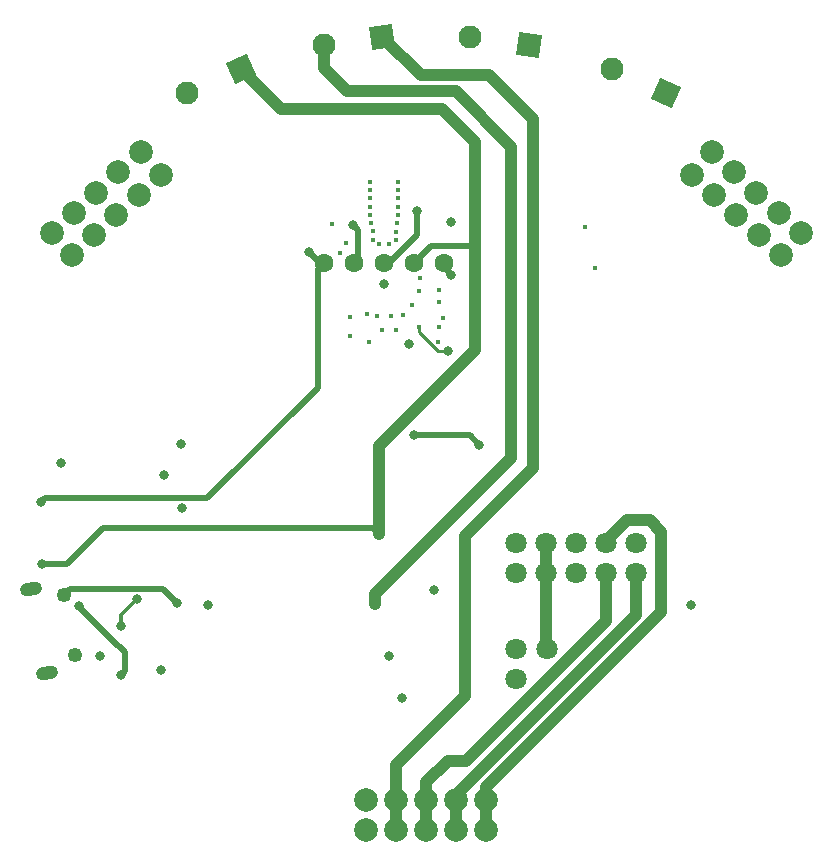
<source format=gbl>
G04 #@! TF.GenerationSoftware,KiCad,Pcbnew,7.0.1-3b83917a11~172~ubuntu22.04.1*
G04 #@! TF.CreationDate,2023-11-06T14:25:17+01:00*
G04 #@! TF.ProjectId,io_coupling_MCU_enhanced,696f5f63-6f75-4706-9c69-6e675f4d4355,rev?*
G04 #@! TF.SameCoordinates,Original*
G04 #@! TF.FileFunction,Copper,L4,Bot*
G04 #@! TF.FilePolarity,Positive*
%FSLAX46Y46*%
G04 Gerber Fmt 4.6, Leading zero omitted, Abs format (unit mm)*
G04 Created by KiCad (PCBNEW 7.0.1-3b83917a11~172~ubuntu22.04.1) date 2023-11-06 14:25:17*
%MOMM*%
%LPD*%
G01*
G04 APERTURE LIST*
G04 Aperture macros list*
%AMHorizOval*
0 Thick line with rounded ends*
0 $1 width*
0 $2 $3 position (X,Y) of the first rounded end (center of the circle)*
0 $4 $5 position (X,Y) of the second rounded end (center of the circle)*
0 Add line between two ends*
20,1,$1,$2,$3,$4,$5,0*
0 Add two circle primitives to create the rounded ends*
1,1,$1,$2,$3*
1,1,$1,$4,$5*%
%AMRotRect*
0 Rectangle, with rotation*
0 The origin of the aperture is its center*
0 $1 length*
0 $2 width*
0 $3 Rotation angle, in degrees counterclockwise*
0 Add horizontal line*
21,1,$1,$2,0,0,$3*%
G04 Aperture macros list end*
G04 #@! TA.AperFunction,ComponentPad*
%ADD10RotRect,1.950000X1.950000X188.057000*%
G04 #@! TD*
G04 #@! TA.AperFunction,ComponentPad*
%ADD11C,1.950000*%
G04 #@! TD*
G04 #@! TA.AperFunction,ComponentPad*
%ADD12C,1.800000*%
G04 #@! TD*
G04 #@! TA.AperFunction,ComponentPad*
%ADD13C,2.000000*%
G04 #@! TD*
G04 #@! TA.AperFunction,ComponentPad*
%ADD14RotRect,1.950000X1.950000X204.171000*%
G04 #@! TD*
G04 #@! TA.AperFunction,ComponentPad*
%ADD15RotRect,1.950000X1.950000X171.943000*%
G04 #@! TD*
G04 #@! TA.AperFunction,ComponentPad*
%ADD16HorizOval,1.100000X0.393061X0.074184X-0.393061X-0.074184X0*%
G04 #@! TD*
G04 #@! TA.AperFunction,ComponentPad*
%ADD17C,1.250000*%
G04 #@! TD*
G04 #@! TA.AperFunction,ComponentPad*
%ADD18RotRect,1.950000X1.950000X155.828000*%
G04 #@! TD*
G04 #@! TA.AperFunction,SMDPad,CuDef*
%ADD19C,1.600000*%
G04 #@! TD*
G04 #@! TA.AperFunction,ViaPad*
%ADD20C,0.450000*%
G04 #@! TD*
G04 #@! TA.AperFunction,ViaPad*
%ADD21C,0.800000*%
G04 #@! TD*
G04 #@! TA.AperFunction,Conductor*
%ADD22C,0.500000*%
G04 #@! TD*
G04 #@! TA.AperFunction,Conductor*
%ADD23C,1.000000*%
G04 #@! TD*
G04 #@! TA.AperFunction,Conductor*
%ADD24C,0.300000*%
G04 #@! TD*
G04 #@! TA.AperFunction,Conductor*
%ADD25C,0.250000*%
G04 #@! TD*
G04 APERTURE END LIST*
D10*
X-3724677Y44150395D03*
D11*
X-8675323Y43449605D03*
D12*
X7620000Y-7700000D03*
D13*
X-5080000Y-20460000D03*
D14*
X-15719181Y41423653D03*
D11*
X-20280819Y39376347D03*
D12*
X7620000Y-10240000D03*
D13*
X-24184482Y34349604D03*
X-22480611Y32465877D03*
X-26068208Y32645734D03*
X-24364338Y30762007D03*
X-27951935Y30941863D03*
X-26248065Y29058137D03*
X-29835662Y29237993D03*
X-28131792Y27354266D03*
X-31719389Y27534123D03*
X-30015518Y25650396D03*
X5080000Y-20460000D03*
X0Y-20460000D03*
D12*
X10200000Y-7700000D03*
D13*
X-2540000Y-23000000D03*
D12*
X7620000Y-1270000D03*
X7620000Y1270000D03*
X10160000Y-1270000D03*
X10160000Y1270000D03*
X12700000Y-1270000D03*
X12700000Y1270000D03*
X15240000Y-1270000D03*
X15240000Y1270000D03*
X17780000Y-1270000D03*
X17780000Y1270000D03*
D15*
X8675323Y43449605D03*
D11*
X3724677Y44150395D03*
D13*
X2540000Y-23000000D03*
X5080000Y-23000000D03*
X-5080000Y-23000000D03*
X-2540000Y-20460000D03*
X22480568Y32465796D03*
X24184406Y34349553D03*
X24364325Y30761959D03*
X26068162Y32645716D03*
X26248081Y29058122D03*
X27951919Y30941878D03*
X28131838Y27354284D03*
X29835675Y29238041D03*
X30015594Y25650447D03*
X31719432Y27534204D03*
D16*
X-32136368Y-9729017D03*
D17*
X-29717802Y-8254894D03*
X-30682198Y-3145106D03*
D16*
X-33471686Y-2653925D03*
D13*
X2540000Y-20460000D03*
D18*
X20280801Y39376307D03*
D11*
X15719199Y41423693D03*
D13*
X0Y-23000000D03*
D19*
X1480000Y25000000D03*
X-6140000Y25000000D03*
X-3600000Y25000000D03*
X-1060000Y25000000D03*
X-8680000Y25000000D03*
D20*
X-4800000Y29050000D03*
D21*
X-30927420Y8023266D03*
D20*
X-4550000Y26950000D03*
X-2400000Y31150000D03*
X-6500000Y18800000D03*
D21*
X-22493701Y-9465299D03*
X-20700000Y4200000D03*
D20*
X-2400000Y29050000D03*
X-2600000Y26950000D03*
D21*
X-3600000Y23200000D03*
X2099750Y23999750D03*
X2125000Y28424000D03*
D20*
X-4550000Y27650000D03*
X-4700000Y28350000D03*
D21*
X-20800000Y9649500D03*
D20*
X-3200000Y26550000D03*
X-2500000Y28350000D03*
D21*
X-22200000Y7000000D03*
D20*
X-2600000Y27624000D03*
D21*
X-2087500Y-11855000D03*
X-18459701Y-3943299D03*
D20*
X-4800000Y31150000D03*
D21*
X-27610389Y-8339611D03*
X-1505853Y18123565D03*
D20*
X-2400000Y31850000D03*
X-4800000Y30450000D03*
D21*
X612500Y-2705000D03*
D20*
X-4800000Y29750000D03*
D21*
X-3187500Y-8320000D03*
D20*
X-2400000Y30450000D03*
X-4800000Y31850000D03*
X-2400000Y29750000D03*
X-4000000Y26550000D03*
D21*
X22400000Y-4000000D03*
X3300000Y1800000D03*
X4500000Y9600000D03*
X-1024500Y10397655D03*
X-4360023Y-3932477D03*
X-21109701Y-3790299D03*
X-4000000Y2000000D03*
X4100000Y18244365D03*
X-32500000Y-500000D03*
X4100000Y26400000D03*
X-29409701Y-4090299D03*
X-25809701Y-9890299D03*
X-800000Y29400000D03*
X-6188000Y28212000D03*
X-32600000Y4720000D03*
X-9900000Y25900000D03*
X-24475250Y-3449500D03*
X-25809701Y-5790299D03*
D20*
X-8000000Y28300000D03*
X-4825498Y18323502D03*
X-6790000Y26710000D03*
X-7300000Y25800000D03*
X-5000000Y20700000D03*
X1100000Y22700000D03*
X-3746300Y19300000D03*
X1100000Y21700000D03*
X-4200000Y20500000D03*
X-2000000Y20600000D03*
X-2596800Y19287234D03*
X1438786Y20304784D03*
X-3000000Y20500000D03*
X13450000Y28030000D03*
X-6424502Y20374498D03*
X14300000Y24570000D03*
X-1200000Y21400000D03*
X-600000Y22570000D03*
X-574502Y23675265D03*
X1100000Y19600000D03*
X1000000Y18300000D03*
D21*
X1800000Y17500000D03*
D20*
X-600000Y19600000D03*
D22*
X2099750Y23999750D02*
X1480000Y24619500D01*
X1480000Y24619500D02*
X1480000Y25000000D01*
X10160000Y-1226121D02*
X10133998Y-1252123D01*
D23*
X10160000Y-7660000D02*
X10200000Y-7700000D01*
X10160000Y1270000D02*
X10160000Y-1226121D01*
X10160000Y-1270000D02*
X10160000Y-7660000D01*
X-2540000Y-17540000D02*
X-2540000Y-20460000D01*
X3300000Y1800000D02*
X3300000Y1900000D01*
X-2540000Y-23000000D02*
X-2540000Y-21690000D01*
X9000000Y7600000D02*
X9000000Y37197056D01*
X3300000Y1800000D02*
X3300000Y-11700000D01*
X-474282Y40900000D02*
X-3724677Y44150395D01*
X3300000Y-11700000D02*
X-2540000Y-17540000D01*
X5297056Y40900000D02*
X-474282Y40900000D01*
X3300000Y1900000D02*
X9000000Y7600000D01*
X-2540000Y-21690000D02*
X-2540000Y-20460000D01*
X9000000Y37197056D02*
X5297056Y40900000D01*
D22*
X-1022155Y10400000D02*
X3700000Y10400000D01*
X3700000Y10400000D02*
X4500000Y9600000D01*
X-1024500Y10397655D02*
X-1022155Y10400000D01*
D23*
X2500000Y39500000D02*
X-6700000Y39500000D01*
X-4360023Y-3060023D02*
X7200000Y8500000D01*
X7200000Y8500000D02*
X7200000Y34800000D01*
X-4360023Y-3932477D02*
X-4360023Y-3060023D01*
X7200000Y34800000D02*
X2500000Y39500000D01*
X-6700000Y39500000D02*
X-8675323Y41475323D01*
X-8675323Y41475323D02*
X-8675323Y43449605D01*
D22*
X-22300000Y-2600000D02*
X-21109701Y-3790299D01*
X-30685966Y-3148874D02*
X-30137092Y-2600000D01*
X-30137092Y-2600000D02*
X-22300000Y-2600000D01*
X-27400000Y2500000D02*
X-30400000Y-500000D01*
D23*
X1300000Y38000000D02*
X-12295528Y38000000D01*
X-4000000Y2000000D02*
X-4000000Y9500000D01*
X4100000Y18244365D02*
X4100000Y26400000D01*
D22*
X-4000000Y2000000D02*
X-4500000Y2500000D01*
X-1060000Y25000000D02*
X390000Y26450000D01*
D23*
X4100000Y26400000D02*
X4100000Y35200000D01*
D22*
X-30400000Y-500000D02*
X-32500000Y-500000D01*
D23*
X4100000Y35200000D02*
X1300000Y38000000D01*
D22*
X390000Y26450000D02*
X4050000Y26450000D01*
X-4500000Y2500000D02*
X-27400000Y2500000D01*
X4050000Y26450000D02*
X4100000Y26400000D01*
D23*
X4100000Y17600000D02*
X4100000Y18244365D01*
X-4000000Y9500000D02*
X4100000Y17600000D01*
X-12295528Y38000000D02*
X-15719181Y41423653D01*
D22*
X-26110389Y-7489611D02*
X-29409701Y-4190299D01*
X-25509013Y-9589611D02*
X-25509013Y-7987529D01*
X-25809701Y-9890299D02*
X-25509013Y-9589611D01*
X-29409701Y-4190299D02*
X-29409701Y-4090299D01*
X-25509013Y-7987529D02*
X-26006931Y-7489611D01*
X-26006931Y-7489611D02*
X-26110389Y-7489611D01*
X-800000Y29400000D02*
X-800000Y27344916D01*
X-3144916Y25000000D02*
X-3600000Y25000000D01*
X-800000Y27344916D02*
X-3144916Y25000000D01*
X-5750000Y27774000D02*
X-6188000Y28212000D01*
X-6140000Y25000000D02*
X-5750000Y25390000D01*
X-5750000Y25390000D02*
X-5750000Y27774000D01*
X-9200000Y14400000D02*
X-9200000Y24480000D01*
X-18550000Y5050000D02*
X-9200000Y14400000D01*
X-32270000Y5050000D02*
X-18550000Y5050000D01*
X-9000000Y25000000D02*
X-8680000Y25000000D01*
X-9200000Y24480000D02*
X-8680000Y25000000D01*
X-32600000Y4720000D02*
X-32270000Y5050000D01*
X-9900000Y25900000D02*
X-9000000Y25000000D01*
D24*
X-24475250Y-3449500D02*
X-25809701Y-4783951D01*
X-25809701Y-4783951D02*
X-25809701Y-5790299D01*
D23*
X0Y-23000000D02*
X0Y-20460000D01*
X0Y-20460000D02*
X0Y-19000000D01*
X0Y-19000000D02*
X1800000Y-17200000D01*
X15240000Y-5360000D02*
X15240000Y-1270000D01*
X1800000Y-17200000D02*
X3400000Y-17200000D01*
X3400000Y-17200000D02*
X15240000Y-5360000D01*
X5080000Y-20460000D02*
X5080000Y-19370000D01*
X19900000Y-4550000D02*
X19900000Y2200000D01*
X17000000Y3200000D02*
X15240000Y1440000D01*
X5080000Y-23000000D02*
X5080000Y-20460000D01*
X19900000Y2200000D02*
X18900000Y3200000D01*
X18900000Y3200000D02*
X17000000Y3200000D01*
X5080000Y-19370000D02*
X19900000Y-4550000D01*
X15240000Y1440000D02*
X15240000Y1270000D01*
X2540000Y-20060000D02*
X17780000Y-4820000D01*
X17780000Y-4820000D02*
X17780000Y-1270000D01*
X2540000Y-20460000D02*
X2540000Y-20060000D01*
X2540000Y-23000000D02*
X2540000Y-20460000D01*
D25*
X1000000Y17500000D02*
X1800000Y17500000D01*
X-600000Y19100000D02*
X1000000Y17500000D01*
X-600000Y19600000D02*
X-600000Y19100000D01*
M02*

</source>
